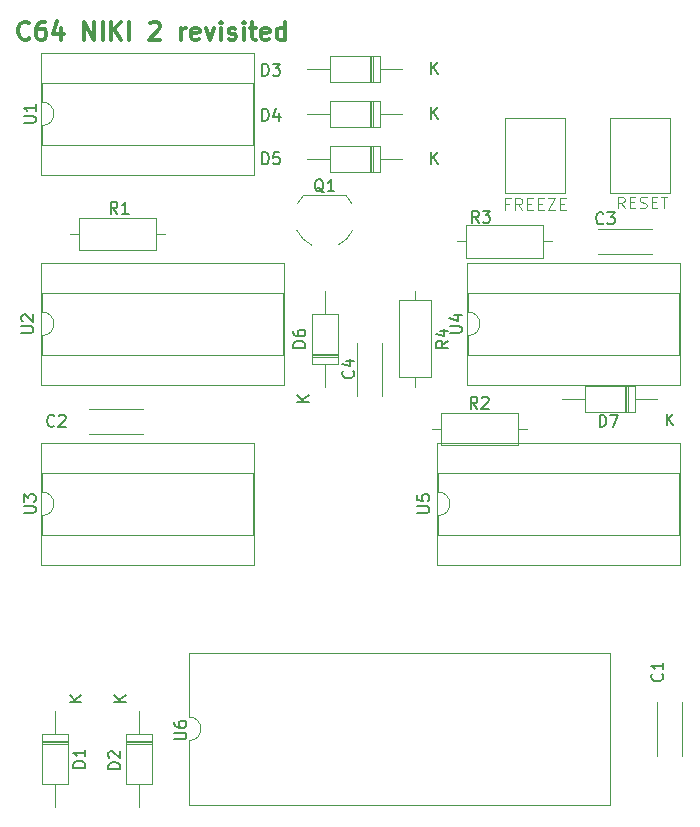
<source format=gbr>
%TF.GenerationSoftware,KiCad,Pcbnew,7.0.10+dfsg-1*%
%TF.CreationDate,2024-01-16T13:03:33+01:00*%
%TF.ProjectId,C64NIKI2,4336344e-494b-4493-922e-6b696361645f,rev?*%
%TF.SameCoordinates,Original*%
%TF.FileFunction,Legend,Top*%
%TF.FilePolarity,Positive*%
%FSLAX46Y46*%
G04 Gerber Fmt 4.6, Leading zero omitted, Abs format (unit mm)*
G04 Created by KiCad (PCBNEW 7.0.10+dfsg-1) date 2024-01-16 13:03:33*
%MOMM*%
%LPD*%
G01*
G04 APERTURE LIST*
%ADD10C,0.100000*%
%ADD11C,0.300000*%
%ADD12C,0.150000*%
%ADD13C,0.120000*%
G04 APERTURE END LIST*
D10*
X143496312Y-108330419D02*
X143162979Y-107854228D01*
X142924884Y-108330419D02*
X142924884Y-107330419D01*
X142924884Y-107330419D02*
X143305836Y-107330419D01*
X143305836Y-107330419D02*
X143401074Y-107378038D01*
X143401074Y-107378038D02*
X143448693Y-107425657D01*
X143448693Y-107425657D02*
X143496312Y-107520895D01*
X143496312Y-107520895D02*
X143496312Y-107663752D01*
X143496312Y-107663752D02*
X143448693Y-107758990D01*
X143448693Y-107758990D02*
X143401074Y-107806609D01*
X143401074Y-107806609D02*
X143305836Y-107854228D01*
X143305836Y-107854228D02*
X142924884Y-107854228D01*
X143924884Y-107806609D02*
X144258217Y-107806609D01*
X144401074Y-108330419D02*
X143924884Y-108330419D01*
X143924884Y-108330419D02*
X143924884Y-107330419D01*
X143924884Y-107330419D02*
X144401074Y-107330419D01*
X144782027Y-108282800D02*
X144924884Y-108330419D01*
X144924884Y-108330419D02*
X145162979Y-108330419D01*
X145162979Y-108330419D02*
X145258217Y-108282800D01*
X145258217Y-108282800D02*
X145305836Y-108235180D01*
X145305836Y-108235180D02*
X145353455Y-108139942D01*
X145353455Y-108139942D02*
X145353455Y-108044704D01*
X145353455Y-108044704D02*
X145305836Y-107949466D01*
X145305836Y-107949466D02*
X145258217Y-107901847D01*
X145258217Y-107901847D02*
X145162979Y-107854228D01*
X145162979Y-107854228D02*
X144972503Y-107806609D01*
X144972503Y-107806609D02*
X144877265Y-107758990D01*
X144877265Y-107758990D02*
X144829646Y-107711371D01*
X144829646Y-107711371D02*
X144782027Y-107616133D01*
X144782027Y-107616133D02*
X144782027Y-107520895D01*
X144782027Y-107520895D02*
X144829646Y-107425657D01*
X144829646Y-107425657D02*
X144877265Y-107378038D01*
X144877265Y-107378038D02*
X144972503Y-107330419D01*
X144972503Y-107330419D02*
X145210598Y-107330419D01*
X145210598Y-107330419D02*
X145353455Y-107378038D01*
X145782027Y-107806609D02*
X146115360Y-107806609D01*
X146258217Y-108330419D02*
X145782027Y-108330419D01*
X145782027Y-108330419D02*
X145782027Y-107330419D01*
X145782027Y-107330419D02*
X146258217Y-107330419D01*
X146543932Y-107330419D02*
X147115360Y-107330419D01*
X146829646Y-108330419D02*
X146829646Y-107330419D01*
X133733217Y-107933609D02*
X133399884Y-107933609D01*
X133399884Y-108457419D02*
X133399884Y-107457419D01*
X133399884Y-107457419D02*
X133876074Y-107457419D01*
X134828455Y-108457419D02*
X134495122Y-107981228D01*
X134257027Y-108457419D02*
X134257027Y-107457419D01*
X134257027Y-107457419D02*
X134637979Y-107457419D01*
X134637979Y-107457419D02*
X134733217Y-107505038D01*
X134733217Y-107505038D02*
X134780836Y-107552657D01*
X134780836Y-107552657D02*
X134828455Y-107647895D01*
X134828455Y-107647895D02*
X134828455Y-107790752D01*
X134828455Y-107790752D02*
X134780836Y-107885990D01*
X134780836Y-107885990D02*
X134733217Y-107933609D01*
X134733217Y-107933609D02*
X134637979Y-107981228D01*
X134637979Y-107981228D02*
X134257027Y-107981228D01*
X135257027Y-107933609D02*
X135590360Y-107933609D01*
X135733217Y-108457419D02*
X135257027Y-108457419D01*
X135257027Y-108457419D02*
X135257027Y-107457419D01*
X135257027Y-107457419D02*
X135733217Y-107457419D01*
X136161789Y-107933609D02*
X136495122Y-107933609D01*
X136637979Y-108457419D02*
X136161789Y-108457419D01*
X136161789Y-108457419D02*
X136161789Y-107457419D01*
X136161789Y-107457419D02*
X136637979Y-107457419D01*
X136971313Y-107457419D02*
X137637979Y-107457419D01*
X137637979Y-107457419D02*
X136971313Y-108457419D01*
X136971313Y-108457419D02*
X137637979Y-108457419D01*
X138018932Y-107933609D02*
X138352265Y-107933609D01*
X138495122Y-108457419D02*
X138018932Y-108457419D01*
X138018932Y-108457419D02*
X138018932Y-107457419D01*
X138018932Y-107457419D02*
X138495122Y-107457419D01*
D11*
X93105653Y-93891971D02*
X93034225Y-93963400D01*
X93034225Y-93963400D02*
X92819939Y-94034828D01*
X92819939Y-94034828D02*
X92677082Y-94034828D01*
X92677082Y-94034828D02*
X92462796Y-93963400D01*
X92462796Y-93963400D02*
X92319939Y-93820542D01*
X92319939Y-93820542D02*
X92248510Y-93677685D01*
X92248510Y-93677685D02*
X92177082Y-93391971D01*
X92177082Y-93391971D02*
X92177082Y-93177685D01*
X92177082Y-93177685D02*
X92248510Y-92891971D01*
X92248510Y-92891971D02*
X92319939Y-92749114D01*
X92319939Y-92749114D02*
X92462796Y-92606257D01*
X92462796Y-92606257D02*
X92677082Y-92534828D01*
X92677082Y-92534828D02*
X92819939Y-92534828D01*
X92819939Y-92534828D02*
X93034225Y-92606257D01*
X93034225Y-92606257D02*
X93105653Y-92677685D01*
X94391368Y-92534828D02*
X94105653Y-92534828D01*
X94105653Y-92534828D02*
X93962796Y-92606257D01*
X93962796Y-92606257D02*
X93891368Y-92677685D01*
X93891368Y-92677685D02*
X93748510Y-92891971D01*
X93748510Y-92891971D02*
X93677082Y-93177685D01*
X93677082Y-93177685D02*
X93677082Y-93749114D01*
X93677082Y-93749114D02*
X93748510Y-93891971D01*
X93748510Y-93891971D02*
X93819939Y-93963400D01*
X93819939Y-93963400D02*
X93962796Y-94034828D01*
X93962796Y-94034828D02*
X94248510Y-94034828D01*
X94248510Y-94034828D02*
X94391368Y-93963400D01*
X94391368Y-93963400D02*
X94462796Y-93891971D01*
X94462796Y-93891971D02*
X94534225Y-93749114D01*
X94534225Y-93749114D02*
X94534225Y-93391971D01*
X94534225Y-93391971D02*
X94462796Y-93249114D01*
X94462796Y-93249114D02*
X94391368Y-93177685D01*
X94391368Y-93177685D02*
X94248510Y-93106257D01*
X94248510Y-93106257D02*
X93962796Y-93106257D01*
X93962796Y-93106257D02*
X93819939Y-93177685D01*
X93819939Y-93177685D02*
X93748510Y-93249114D01*
X93748510Y-93249114D02*
X93677082Y-93391971D01*
X95819939Y-93034828D02*
X95819939Y-94034828D01*
X95462796Y-92463400D02*
X95105653Y-93534828D01*
X95105653Y-93534828D02*
X96034224Y-93534828D01*
X97748509Y-94034828D02*
X97748509Y-92534828D01*
X97748509Y-92534828D02*
X98605652Y-94034828D01*
X98605652Y-94034828D02*
X98605652Y-92534828D01*
X99319938Y-94034828D02*
X99319938Y-92534828D01*
X100034224Y-94034828D02*
X100034224Y-92534828D01*
X100891367Y-94034828D02*
X100248510Y-93177685D01*
X100891367Y-92534828D02*
X100034224Y-93391971D01*
X101534224Y-94034828D02*
X101534224Y-92534828D01*
X103319939Y-92677685D02*
X103391367Y-92606257D01*
X103391367Y-92606257D02*
X103534225Y-92534828D01*
X103534225Y-92534828D02*
X103891367Y-92534828D01*
X103891367Y-92534828D02*
X104034225Y-92606257D01*
X104034225Y-92606257D02*
X104105653Y-92677685D01*
X104105653Y-92677685D02*
X104177082Y-92820542D01*
X104177082Y-92820542D02*
X104177082Y-92963400D01*
X104177082Y-92963400D02*
X104105653Y-93177685D01*
X104105653Y-93177685D02*
X103248510Y-94034828D01*
X103248510Y-94034828D02*
X104177082Y-94034828D01*
X105962795Y-94034828D02*
X105962795Y-93034828D01*
X105962795Y-93320542D02*
X106034224Y-93177685D01*
X106034224Y-93177685D02*
X106105653Y-93106257D01*
X106105653Y-93106257D02*
X106248510Y-93034828D01*
X106248510Y-93034828D02*
X106391367Y-93034828D01*
X107462795Y-93963400D02*
X107319938Y-94034828D01*
X107319938Y-94034828D02*
X107034224Y-94034828D01*
X107034224Y-94034828D02*
X106891366Y-93963400D01*
X106891366Y-93963400D02*
X106819938Y-93820542D01*
X106819938Y-93820542D02*
X106819938Y-93249114D01*
X106819938Y-93249114D02*
X106891366Y-93106257D01*
X106891366Y-93106257D02*
X107034224Y-93034828D01*
X107034224Y-93034828D02*
X107319938Y-93034828D01*
X107319938Y-93034828D02*
X107462795Y-93106257D01*
X107462795Y-93106257D02*
X107534224Y-93249114D01*
X107534224Y-93249114D02*
X107534224Y-93391971D01*
X107534224Y-93391971D02*
X106819938Y-93534828D01*
X108034223Y-93034828D02*
X108391366Y-94034828D01*
X108391366Y-94034828D02*
X108748509Y-93034828D01*
X109319937Y-94034828D02*
X109319937Y-93034828D01*
X109319937Y-92534828D02*
X109248509Y-92606257D01*
X109248509Y-92606257D02*
X109319937Y-92677685D01*
X109319937Y-92677685D02*
X109391366Y-92606257D01*
X109391366Y-92606257D02*
X109319937Y-92534828D01*
X109319937Y-92534828D02*
X109319937Y-92677685D01*
X109962795Y-93963400D02*
X110105652Y-94034828D01*
X110105652Y-94034828D02*
X110391366Y-94034828D01*
X110391366Y-94034828D02*
X110534223Y-93963400D01*
X110534223Y-93963400D02*
X110605652Y-93820542D01*
X110605652Y-93820542D02*
X110605652Y-93749114D01*
X110605652Y-93749114D02*
X110534223Y-93606257D01*
X110534223Y-93606257D02*
X110391366Y-93534828D01*
X110391366Y-93534828D02*
X110177081Y-93534828D01*
X110177081Y-93534828D02*
X110034223Y-93463400D01*
X110034223Y-93463400D02*
X109962795Y-93320542D01*
X109962795Y-93320542D02*
X109962795Y-93249114D01*
X109962795Y-93249114D02*
X110034223Y-93106257D01*
X110034223Y-93106257D02*
X110177081Y-93034828D01*
X110177081Y-93034828D02*
X110391366Y-93034828D01*
X110391366Y-93034828D02*
X110534223Y-93106257D01*
X111248509Y-94034828D02*
X111248509Y-93034828D01*
X111248509Y-92534828D02*
X111177081Y-92606257D01*
X111177081Y-92606257D02*
X111248509Y-92677685D01*
X111248509Y-92677685D02*
X111319938Y-92606257D01*
X111319938Y-92606257D02*
X111248509Y-92534828D01*
X111248509Y-92534828D02*
X111248509Y-92677685D01*
X111748510Y-93034828D02*
X112319938Y-93034828D01*
X111962795Y-92534828D02*
X111962795Y-93820542D01*
X111962795Y-93820542D02*
X112034224Y-93963400D01*
X112034224Y-93963400D02*
X112177081Y-94034828D01*
X112177081Y-94034828D02*
X112319938Y-94034828D01*
X113391367Y-93963400D02*
X113248510Y-94034828D01*
X113248510Y-94034828D02*
X112962796Y-94034828D01*
X112962796Y-94034828D02*
X112819938Y-93963400D01*
X112819938Y-93963400D02*
X112748510Y-93820542D01*
X112748510Y-93820542D02*
X112748510Y-93249114D01*
X112748510Y-93249114D02*
X112819938Y-93106257D01*
X112819938Y-93106257D02*
X112962796Y-93034828D01*
X112962796Y-93034828D02*
X113248510Y-93034828D01*
X113248510Y-93034828D02*
X113391367Y-93106257D01*
X113391367Y-93106257D02*
X113462796Y-93249114D01*
X113462796Y-93249114D02*
X113462796Y-93391971D01*
X113462796Y-93391971D02*
X112748510Y-93534828D01*
X114748510Y-94034828D02*
X114748510Y-92534828D01*
X114748510Y-93963400D02*
X114605652Y-94034828D01*
X114605652Y-94034828D02*
X114319938Y-94034828D01*
X114319938Y-94034828D02*
X114177081Y-93963400D01*
X114177081Y-93963400D02*
X114105652Y-93891971D01*
X114105652Y-93891971D02*
X114034224Y-93749114D01*
X114034224Y-93749114D02*
X114034224Y-93320542D01*
X114034224Y-93320542D02*
X114105652Y-93177685D01*
X114105652Y-93177685D02*
X114177081Y-93106257D01*
X114177081Y-93106257D02*
X114319938Y-93034828D01*
X114319938Y-93034828D02*
X114605652Y-93034828D01*
X114605652Y-93034828D02*
X114748510Y-93106257D01*
D12*
X128696819Y-118871904D02*
X129506342Y-118871904D01*
X129506342Y-118871904D02*
X129601580Y-118824285D01*
X129601580Y-118824285D02*
X129649200Y-118776666D01*
X129649200Y-118776666D02*
X129696819Y-118681428D01*
X129696819Y-118681428D02*
X129696819Y-118490952D01*
X129696819Y-118490952D02*
X129649200Y-118395714D01*
X129649200Y-118395714D02*
X129601580Y-118348095D01*
X129601580Y-118348095D02*
X129506342Y-118300476D01*
X129506342Y-118300476D02*
X128696819Y-118300476D01*
X129030152Y-117395714D02*
X129696819Y-117395714D01*
X128649200Y-117633809D02*
X129363485Y-117871904D01*
X129363485Y-117871904D02*
X129363485Y-117252857D01*
X141692333Y-109579580D02*
X141644714Y-109627200D01*
X141644714Y-109627200D02*
X141501857Y-109674819D01*
X141501857Y-109674819D02*
X141406619Y-109674819D01*
X141406619Y-109674819D02*
X141263762Y-109627200D01*
X141263762Y-109627200D02*
X141168524Y-109531961D01*
X141168524Y-109531961D02*
X141120905Y-109436723D01*
X141120905Y-109436723D02*
X141073286Y-109246247D01*
X141073286Y-109246247D02*
X141073286Y-109103390D01*
X141073286Y-109103390D02*
X141120905Y-108912914D01*
X141120905Y-108912914D02*
X141168524Y-108817676D01*
X141168524Y-108817676D02*
X141263762Y-108722438D01*
X141263762Y-108722438D02*
X141406619Y-108674819D01*
X141406619Y-108674819D02*
X141501857Y-108674819D01*
X141501857Y-108674819D02*
X141644714Y-108722438D01*
X141644714Y-108722438D02*
X141692333Y-108770057D01*
X142025667Y-108674819D02*
X142644714Y-108674819D01*
X142644714Y-108674819D02*
X142311381Y-109055771D01*
X142311381Y-109055771D02*
X142454238Y-109055771D01*
X142454238Y-109055771D02*
X142549476Y-109103390D01*
X142549476Y-109103390D02*
X142597095Y-109151009D01*
X142597095Y-109151009D02*
X142644714Y-109246247D01*
X142644714Y-109246247D02*
X142644714Y-109484342D01*
X142644714Y-109484342D02*
X142597095Y-109579580D01*
X142597095Y-109579580D02*
X142549476Y-109627200D01*
X142549476Y-109627200D02*
X142454238Y-109674819D01*
X142454238Y-109674819D02*
X142168524Y-109674819D01*
X142168524Y-109674819D02*
X142073286Y-109627200D01*
X142073286Y-109627200D02*
X142025667Y-109579580D01*
X92628819Y-101091904D02*
X93438342Y-101091904D01*
X93438342Y-101091904D02*
X93533580Y-101044285D01*
X93533580Y-101044285D02*
X93581200Y-100996666D01*
X93581200Y-100996666D02*
X93628819Y-100901428D01*
X93628819Y-100901428D02*
X93628819Y-100710952D01*
X93628819Y-100710952D02*
X93581200Y-100615714D01*
X93581200Y-100615714D02*
X93533580Y-100568095D01*
X93533580Y-100568095D02*
X93438342Y-100520476D01*
X93438342Y-100520476D02*
X92628819Y-100520476D01*
X93628819Y-99520476D02*
X93628819Y-100091904D01*
X93628819Y-99806190D02*
X92628819Y-99806190D01*
X92628819Y-99806190D02*
X92771676Y-99901428D01*
X92771676Y-99901428D02*
X92866914Y-99996666D01*
X92866914Y-99996666D02*
X92914533Y-100091904D01*
X131151333Y-109547819D02*
X130818000Y-109071628D01*
X130579905Y-109547819D02*
X130579905Y-108547819D01*
X130579905Y-108547819D02*
X130960857Y-108547819D01*
X130960857Y-108547819D02*
X131056095Y-108595438D01*
X131056095Y-108595438D02*
X131103714Y-108643057D01*
X131103714Y-108643057D02*
X131151333Y-108738295D01*
X131151333Y-108738295D02*
X131151333Y-108881152D01*
X131151333Y-108881152D02*
X131103714Y-108976390D01*
X131103714Y-108976390D02*
X131056095Y-109024009D01*
X131056095Y-109024009D02*
X130960857Y-109071628D01*
X130960857Y-109071628D02*
X130579905Y-109071628D01*
X131484667Y-108547819D02*
X132103714Y-108547819D01*
X132103714Y-108547819D02*
X131770381Y-108928771D01*
X131770381Y-108928771D02*
X131913238Y-108928771D01*
X131913238Y-108928771D02*
X132008476Y-108976390D01*
X132008476Y-108976390D02*
X132056095Y-109024009D01*
X132056095Y-109024009D02*
X132103714Y-109119247D01*
X132103714Y-109119247D02*
X132103714Y-109357342D01*
X132103714Y-109357342D02*
X132056095Y-109452580D01*
X132056095Y-109452580D02*
X132008476Y-109500200D01*
X132008476Y-109500200D02*
X131913238Y-109547819D01*
X131913238Y-109547819D02*
X131627524Y-109547819D01*
X131627524Y-109547819D02*
X131532286Y-109500200D01*
X131532286Y-109500200D02*
X131484667Y-109452580D01*
X118014761Y-106976057D02*
X117919523Y-106928438D01*
X117919523Y-106928438D02*
X117824285Y-106833200D01*
X117824285Y-106833200D02*
X117681428Y-106690342D01*
X117681428Y-106690342D02*
X117586190Y-106642723D01*
X117586190Y-106642723D02*
X117490952Y-106642723D01*
X117538571Y-106880819D02*
X117443333Y-106833200D01*
X117443333Y-106833200D02*
X117348095Y-106737961D01*
X117348095Y-106737961D02*
X117300476Y-106547485D01*
X117300476Y-106547485D02*
X117300476Y-106214152D01*
X117300476Y-106214152D02*
X117348095Y-106023676D01*
X117348095Y-106023676D02*
X117443333Y-105928438D01*
X117443333Y-105928438D02*
X117538571Y-105880819D01*
X117538571Y-105880819D02*
X117729047Y-105880819D01*
X117729047Y-105880819D02*
X117824285Y-105928438D01*
X117824285Y-105928438D02*
X117919523Y-106023676D01*
X117919523Y-106023676D02*
X117967142Y-106214152D01*
X117967142Y-106214152D02*
X117967142Y-106547485D01*
X117967142Y-106547485D02*
X117919523Y-106737961D01*
X117919523Y-106737961D02*
X117824285Y-106833200D01*
X117824285Y-106833200D02*
X117729047Y-106880819D01*
X117729047Y-106880819D02*
X117538571Y-106880819D01*
X118919523Y-106880819D02*
X118348095Y-106880819D01*
X118633809Y-106880819D02*
X118633809Y-105880819D01*
X118633809Y-105880819D02*
X118538571Y-106023676D01*
X118538571Y-106023676D02*
X118443333Y-106118914D01*
X118443333Y-106118914D02*
X118348095Y-106166533D01*
X100544333Y-108785819D02*
X100211000Y-108309628D01*
X99972905Y-108785819D02*
X99972905Y-107785819D01*
X99972905Y-107785819D02*
X100353857Y-107785819D01*
X100353857Y-107785819D02*
X100449095Y-107833438D01*
X100449095Y-107833438D02*
X100496714Y-107881057D01*
X100496714Y-107881057D02*
X100544333Y-107976295D01*
X100544333Y-107976295D02*
X100544333Y-108119152D01*
X100544333Y-108119152D02*
X100496714Y-108214390D01*
X100496714Y-108214390D02*
X100449095Y-108262009D01*
X100449095Y-108262009D02*
X100353857Y-108309628D01*
X100353857Y-108309628D02*
X99972905Y-108309628D01*
X101496714Y-108785819D02*
X100925286Y-108785819D01*
X101211000Y-108785819D02*
X101211000Y-107785819D01*
X101211000Y-107785819D02*
X101115762Y-107928676D01*
X101115762Y-107928676D02*
X101020524Y-108023914D01*
X101020524Y-108023914D02*
X100925286Y-108071533D01*
X120501580Y-122086666D02*
X120549200Y-122134285D01*
X120549200Y-122134285D02*
X120596819Y-122277142D01*
X120596819Y-122277142D02*
X120596819Y-122372380D01*
X120596819Y-122372380D02*
X120549200Y-122515237D01*
X120549200Y-122515237D02*
X120453961Y-122610475D01*
X120453961Y-122610475D02*
X120358723Y-122658094D01*
X120358723Y-122658094D02*
X120168247Y-122705713D01*
X120168247Y-122705713D02*
X120025390Y-122705713D01*
X120025390Y-122705713D02*
X119834914Y-122658094D01*
X119834914Y-122658094D02*
X119739676Y-122610475D01*
X119739676Y-122610475D02*
X119644438Y-122515237D01*
X119644438Y-122515237D02*
X119596819Y-122372380D01*
X119596819Y-122372380D02*
X119596819Y-122277142D01*
X119596819Y-122277142D02*
X119644438Y-122134285D01*
X119644438Y-122134285D02*
X119692057Y-122086666D01*
X119930152Y-121229523D02*
X120596819Y-121229523D01*
X119549200Y-121467618D02*
X120263485Y-121705713D01*
X120263485Y-121705713D02*
X120263485Y-121086666D01*
X112799905Y-100911819D02*
X112799905Y-99911819D01*
X112799905Y-99911819D02*
X113038000Y-99911819D01*
X113038000Y-99911819D02*
X113180857Y-99959438D01*
X113180857Y-99959438D02*
X113276095Y-100054676D01*
X113276095Y-100054676D02*
X113323714Y-100149914D01*
X113323714Y-100149914D02*
X113371333Y-100340390D01*
X113371333Y-100340390D02*
X113371333Y-100483247D01*
X113371333Y-100483247D02*
X113323714Y-100673723D01*
X113323714Y-100673723D02*
X113276095Y-100768961D01*
X113276095Y-100768961D02*
X113180857Y-100864200D01*
X113180857Y-100864200D02*
X113038000Y-100911819D01*
X113038000Y-100911819D02*
X112799905Y-100911819D01*
X114228476Y-100245152D02*
X114228476Y-100911819D01*
X113990381Y-99864200D02*
X113752286Y-100578485D01*
X113752286Y-100578485D02*
X114371333Y-100578485D01*
X127119095Y-100784819D02*
X127119095Y-99784819D01*
X127690523Y-100784819D02*
X127261952Y-100213390D01*
X127690523Y-99784819D02*
X127119095Y-100356247D01*
X92428819Y-118881904D02*
X93238342Y-118881904D01*
X93238342Y-118881904D02*
X93333580Y-118834285D01*
X93333580Y-118834285D02*
X93381200Y-118786666D01*
X93381200Y-118786666D02*
X93428819Y-118691428D01*
X93428819Y-118691428D02*
X93428819Y-118500952D01*
X93428819Y-118500952D02*
X93381200Y-118405714D01*
X93381200Y-118405714D02*
X93333580Y-118358095D01*
X93333580Y-118358095D02*
X93238342Y-118310476D01*
X93238342Y-118310476D02*
X92428819Y-118310476D01*
X92524057Y-117881904D02*
X92476438Y-117834285D01*
X92476438Y-117834285D02*
X92428819Y-117739047D01*
X92428819Y-117739047D02*
X92428819Y-117500952D01*
X92428819Y-117500952D02*
X92476438Y-117405714D01*
X92476438Y-117405714D02*
X92524057Y-117358095D01*
X92524057Y-117358095D02*
X92619295Y-117310476D01*
X92619295Y-117310476D02*
X92714533Y-117310476D01*
X92714533Y-117310476D02*
X92857390Y-117358095D01*
X92857390Y-117358095D02*
X93428819Y-117929523D01*
X93428819Y-117929523D02*
X93428819Y-117310476D01*
X95210333Y-126724580D02*
X95162714Y-126772200D01*
X95162714Y-126772200D02*
X95019857Y-126819819D01*
X95019857Y-126819819D02*
X94924619Y-126819819D01*
X94924619Y-126819819D02*
X94781762Y-126772200D01*
X94781762Y-126772200D02*
X94686524Y-126676961D01*
X94686524Y-126676961D02*
X94638905Y-126581723D01*
X94638905Y-126581723D02*
X94591286Y-126391247D01*
X94591286Y-126391247D02*
X94591286Y-126248390D01*
X94591286Y-126248390D02*
X94638905Y-126057914D01*
X94638905Y-126057914D02*
X94686524Y-125962676D01*
X94686524Y-125962676D02*
X94781762Y-125867438D01*
X94781762Y-125867438D02*
X94924619Y-125819819D01*
X94924619Y-125819819D02*
X95019857Y-125819819D01*
X95019857Y-125819819D02*
X95162714Y-125867438D01*
X95162714Y-125867438D02*
X95210333Y-125915057D01*
X95591286Y-125915057D02*
X95638905Y-125867438D01*
X95638905Y-125867438D02*
X95734143Y-125819819D01*
X95734143Y-125819819D02*
X95972238Y-125819819D01*
X95972238Y-125819819D02*
X96067476Y-125867438D01*
X96067476Y-125867438D02*
X96115095Y-125915057D01*
X96115095Y-125915057D02*
X96162714Y-126010295D01*
X96162714Y-126010295D02*
X96162714Y-126105533D01*
X96162714Y-126105533D02*
X96115095Y-126248390D01*
X96115095Y-126248390D02*
X95543667Y-126819819D01*
X95543667Y-126819819D02*
X96162714Y-126819819D01*
X146663580Y-147740666D02*
X146711200Y-147788285D01*
X146711200Y-147788285D02*
X146758819Y-147931142D01*
X146758819Y-147931142D02*
X146758819Y-148026380D01*
X146758819Y-148026380D02*
X146711200Y-148169237D01*
X146711200Y-148169237D02*
X146615961Y-148264475D01*
X146615961Y-148264475D02*
X146520723Y-148312094D01*
X146520723Y-148312094D02*
X146330247Y-148359713D01*
X146330247Y-148359713D02*
X146187390Y-148359713D01*
X146187390Y-148359713D02*
X145996914Y-148312094D01*
X145996914Y-148312094D02*
X145901676Y-148264475D01*
X145901676Y-148264475D02*
X145806438Y-148169237D01*
X145806438Y-148169237D02*
X145758819Y-148026380D01*
X145758819Y-148026380D02*
X145758819Y-147931142D01*
X145758819Y-147931142D02*
X145806438Y-147788285D01*
X145806438Y-147788285D02*
X145854057Y-147740666D01*
X146758819Y-146788285D02*
X146758819Y-147359713D01*
X146758819Y-147073999D02*
X145758819Y-147073999D01*
X145758819Y-147073999D02*
X145901676Y-147169237D01*
X145901676Y-147169237D02*
X145996914Y-147264475D01*
X145996914Y-147264475D02*
X146044533Y-147359713D01*
X92628819Y-134111904D02*
X93438342Y-134111904D01*
X93438342Y-134111904D02*
X93533580Y-134064285D01*
X93533580Y-134064285D02*
X93581200Y-134016666D01*
X93581200Y-134016666D02*
X93628819Y-133921428D01*
X93628819Y-133921428D02*
X93628819Y-133730952D01*
X93628819Y-133730952D02*
X93581200Y-133635714D01*
X93581200Y-133635714D02*
X93533580Y-133588095D01*
X93533580Y-133588095D02*
X93438342Y-133540476D01*
X93438342Y-133540476D02*
X92628819Y-133540476D01*
X92628819Y-133159523D02*
X92628819Y-132540476D01*
X92628819Y-132540476D02*
X93009771Y-132873809D01*
X93009771Y-132873809D02*
X93009771Y-132730952D01*
X93009771Y-132730952D02*
X93057390Y-132635714D01*
X93057390Y-132635714D02*
X93105009Y-132588095D01*
X93105009Y-132588095D02*
X93200247Y-132540476D01*
X93200247Y-132540476D02*
X93438342Y-132540476D01*
X93438342Y-132540476D02*
X93533580Y-132588095D01*
X93533580Y-132588095D02*
X93581200Y-132635714D01*
X93581200Y-132635714D02*
X93628819Y-132730952D01*
X93628819Y-132730952D02*
X93628819Y-133016666D01*
X93628819Y-133016666D02*
X93581200Y-133111904D01*
X93581200Y-133111904D02*
X93533580Y-133159523D01*
X131024333Y-125295819D02*
X130691000Y-124819628D01*
X130452905Y-125295819D02*
X130452905Y-124295819D01*
X130452905Y-124295819D02*
X130833857Y-124295819D01*
X130833857Y-124295819D02*
X130929095Y-124343438D01*
X130929095Y-124343438D02*
X130976714Y-124391057D01*
X130976714Y-124391057D02*
X131024333Y-124486295D01*
X131024333Y-124486295D02*
X131024333Y-124629152D01*
X131024333Y-124629152D02*
X130976714Y-124724390D01*
X130976714Y-124724390D02*
X130929095Y-124772009D01*
X130929095Y-124772009D02*
X130833857Y-124819628D01*
X130833857Y-124819628D02*
X130452905Y-124819628D01*
X131405286Y-124391057D02*
X131452905Y-124343438D01*
X131452905Y-124343438D02*
X131548143Y-124295819D01*
X131548143Y-124295819D02*
X131786238Y-124295819D01*
X131786238Y-124295819D02*
X131881476Y-124343438D01*
X131881476Y-124343438D02*
X131929095Y-124391057D01*
X131929095Y-124391057D02*
X131976714Y-124486295D01*
X131976714Y-124486295D02*
X131976714Y-124581533D01*
X131976714Y-124581533D02*
X131929095Y-124724390D01*
X131929095Y-124724390D02*
X131357667Y-125295819D01*
X131357667Y-125295819D02*
X131976714Y-125295819D01*
X100784819Y-155805094D02*
X99784819Y-155805094D01*
X99784819Y-155805094D02*
X99784819Y-155566999D01*
X99784819Y-155566999D02*
X99832438Y-155424142D01*
X99832438Y-155424142D02*
X99927676Y-155328904D01*
X99927676Y-155328904D02*
X100022914Y-155281285D01*
X100022914Y-155281285D02*
X100213390Y-155233666D01*
X100213390Y-155233666D02*
X100356247Y-155233666D01*
X100356247Y-155233666D02*
X100546723Y-155281285D01*
X100546723Y-155281285D02*
X100641961Y-155328904D01*
X100641961Y-155328904D02*
X100737200Y-155424142D01*
X100737200Y-155424142D02*
X100784819Y-155566999D01*
X100784819Y-155566999D02*
X100784819Y-155805094D01*
X99880057Y-154852713D02*
X99832438Y-154805094D01*
X99832438Y-154805094D02*
X99784819Y-154709856D01*
X99784819Y-154709856D02*
X99784819Y-154471761D01*
X99784819Y-154471761D02*
X99832438Y-154376523D01*
X99832438Y-154376523D02*
X99880057Y-154328904D01*
X99880057Y-154328904D02*
X99975295Y-154281285D01*
X99975295Y-154281285D02*
X100070533Y-154281285D01*
X100070533Y-154281285D02*
X100213390Y-154328904D01*
X100213390Y-154328904D02*
X100784819Y-154900332D01*
X100784819Y-154900332D02*
X100784819Y-154281285D01*
X101292819Y-150121904D02*
X100292819Y-150121904D01*
X101292819Y-149550476D02*
X100721390Y-149979047D01*
X100292819Y-149550476D02*
X100864247Y-150121904D01*
X128554819Y-119546666D02*
X128078628Y-119879999D01*
X128554819Y-120118094D02*
X127554819Y-120118094D01*
X127554819Y-120118094D02*
X127554819Y-119737142D01*
X127554819Y-119737142D02*
X127602438Y-119641904D01*
X127602438Y-119641904D02*
X127650057Y-119594285D01*
X127650057Y-119594285D02*
X127745295Y-119546666D01*
X127745295Y-119546666D02*
X127888152Y-119546666D01*
X127888152Y-119546666D02*
X127983390Y-119594285D01*
X127983390Y-119594285D02*
X128031009Y-119641904D01*
X128031009Y-119641904D02*
X128078628Y-119737142D01*
X128078628Y-119737142D02*
X128078628Y-120118094D01*
X127888152Y-118689523D02*
X128554819Y-118689523D01*
X127507200Y-118927618D02*
X128221485Y-119165713D01*
X128221485Y-119165713D02*
X128221485Y-118546666D01*
X97824819Y-155678094D02*
X96824819Y-155678094D01*
X96824819Y-155678094D02*
X96824819Y-155439999D01*
X96824819Y-155439999D02*
X96872438Y-155297142D01*
X96872438Y-155297142D02*
X96967676Y-155201904D01*
X96967676Y-155201904D02*
X97062914Y-155154285D01*
X97062914Y-155154285D02*
X97253390Y-155106666D01*
X97253390Y-155106666D02*
X97396247Y-155106666D01*
X97396247Y-155106666D02*
X97586723Y-155154285D01*
X97586723Y-155154285D02*
X97681961Y-155201904D01*
X97681961Y-155201904D02*
X97777200Y-155297142D01*
X97777200Y-155297142D02*
X97824819Y-155439999D01*
X97824819Y-155439999D02*
X97824819Y-155678094D01*
X97824819Y-154154285D02*
X97824819Y-154725713D01*
X97824819Y-154439999D02*
X96824819Y-154439999D01*
X96824819Y-154439999D02*
X96967676Y-154535237D01*
X96967676Y-154535237D02*
X97062914Y-154630475D01*
X97062914Y-154630475D02*
X97110533Y-154725713D01*
X97504819Y-150121904D02*
X96504819Y-150121904D01*
X97504819Y-149550476D02*
X96933390Y-149979047D01*
X96504819Y-149550476D02*
X97076247Y-150121904D01*
X116444819Y-120118094D02*
X115444819Y-120118094D01*
X115444819Y-120118094D02*
X115444819Y-119879999D01*
X115444819Y-119879999D02*
X115492438Y-119737142D01*
X115492438Y-119737142D02*
X115587676Y-119641904D01*
X115587676Y-119641904D02*
X115682914Y-119594285D01*
X115682914Y-119594285D02*
X115873390Y-119546666D01*
X115873390Y-119546666D02*
X116016247Y-119546666D01*
X116016247Y-119546666D02*
X116206723Y-119594285D01*
X116206723Y-119594285D02*
X116301961Y-119641904D01*
X116301961Y-119641904D02*
X116397200Y-119737142D01*
X116397200Y-119737142D02*
X116444819Y-119879999D01*
X116444819Y-119879999D02*
X116444819Y-120118094D01*
X115444819Y-118689523D02*
X115444819Y-118879999D01*
X115444819Y-118879999D02*
X115492438Y-118975237D01*
X115492438Y-118975237D02*
X115540057Y-119022856D01*
X115540057Y-119022856D02*
X115682914Y-119118094D01*
X115682914Y-119118094D02*
X115873390Y-119165713D01*
X115873390Y-119165713D02*
X116254342Y-119165713D01*
X116254342Y-119165713D02*
X116349580Y-119118094D01*
X116349580Y-119118094D02*
X116397200Y-119070475D01*
X116397200Y-119070475D02*
X116444819Y-118975237D01*
X116444819Y-118975237D02*
X116444819Y-118784761D01*
X116444819Y-118784761D02*
X116397200Y-118689523D01*
X116397200Y-118689523D02*
X116349580Y-118641904D01*
X116349580Y-118641904D02*
X116254342Y-118594285D01*
X116254342Y-118594285D02*
X116016247Y-118594285D01*
X116016247Y-118594285D02*
X115921009Y-118641904D01*
X115921009Y-118641904D02*
X115873390Y-118689523D01*
X115873390Y-118689523D02*
X115825771Y-118784761D01*
X115825771Y-118784761D02*
X115825771Y-118975237D01*
X115825771Y-118975237D02*
X115873390Y-119070475D01*
X115873390Y-119070475D02*
X115921009Y-119118094D01*
X115921009Y-119118094D02*
X116016247Y-119165713D01*
X116764819Y-124721904D02*
X115764819Y-124721904D01*
X116764819Y-124150476D02*
X116193390Y-124579047D01*
X115764819Y-124150476D02*
X116336247Y-124721904D01*
X141374905Y-126819819D02*
X141374905Y-125819819D01*
X141374905Y-125819819D02*
X141613000Y-125819819D01*
X141613000Y-125819819D02*
X141755857Y-125867438D01*
X141755857Y-125867438D02*
X141851095Y-125962676D01*
X141851095Y-125962676D02*
X141898714Y-126057914D01*
X141898714Y-126057914D02*
X141946333Y-126248390D01*
X141946333Y-126248390D02*
X141946333Y-126391247D01*
X141946333Y-126391247D02*
X141898714Y-126581723D01*
X141898714Y-126581723D02*
X141851095Y-126676961D01*
X141851095Y-126676961D02*
X141755857Y-126772200D01*
X141755857Y-126772200D02*
X141613000Y-126819819D01*
X141613000Y-126819819D02*
X141374905Y-126819819D01*
X142279667Y-125819819D02*
X142946333Y-125819819D01*
X142946333Y-125819819D02*
X142517762Y-126819819D01*
X147058095Y-126714819D02*
X147058095Y-125714819D01*
X147629523Y-126714819D02*
X147200952Y-126143390D01*
X147629523Y-125714819D02*
X147058095Y-126286247D01*
X112799905Y-97101819D02*
X112799905Y-96101819D01*
X112799905Y-96101819D02*
X113038000Y-96101819D01*
X113038000Y-96101819D02*
X113180857Y-96149438D01*
X113180857Y-96149438D02*
X113276095Y-96244676D01*
X113276095Y-96244676D02*
X113323714Y-96339914D01*
X113323714Y-96339914D02*
X113371333Y-96530390D01*
X113371333Y-96530390D02*
X113371333Y-96673247D01*
X113371333Y-96673247D02*
X113323714Y-96863723D01*
X113323714Y-96863723D02*
X113276095Y-96958961D01*
X113276095Y-96958961D02*
X113180857Y-97054200D01*
X113180857Y-97054200D02*
X113038000Y-97101819D01*
X113038000Y-97101819D02*
X112799905Y-97101819D01*
X113704667Y-96101819D02*
X114323714Y-96101819D01*
X114323714Y-96101819D02*
X113990381Y-96482771D01*
X113990381Y-96482771D02*
X114133238Y-96482771D01*
X114133238Y-96482771D02*
X114228476Y-96530390D01*
X114228476Y-96530390D02*
X114276095Y-96578009D01*
X114276095Y-96578009D02*
X114323714Y-96673247D01*
X114323714Y-96673247D02*
X114323714Y-96911342D01*
X114323714Y-96911342D02*
X114276095Y-97006580D01*
X114276095Y-97006580D02*
X114228476Y-97054200D01*
X114228476Y-97054200D02*
X114133238Y-97101819D01*
X114133238Y-97101819D02*
X113847524Y-97101819D01*
X113847524Y-97101819D02*
X113752286Y-97054200D01*
X113752286Y-97054200D02*
X113704667Y-97006580D01*
X127119095Y-96974819D02*
X127119095Y-95974819D01*
X127690523Y-96974819D02*
X127261952Y-96403390D01*
X127690523Y-95974819D02*
X127119095Y-96546247D01*
X105372819Y-153288904D02*
X106182342Y-153288904D01*
X106182342Y-153288904D02*
X106277580Y-153241285D01*
X106277580Y-153241285D02*
X106325200Y-153193666D01*
X106325200Y-153193666D02*
X106372819Y-153098428D01*
X106372819Y-153098428D02*
X106372819Y-152907952D01*
X106372819Y-152907952D02*
X106325200Y-152812714D01*
X106325200Y-152812714D02*
X106277580Y-152765095D01*
X106277580Y-152765095D02*
X106182342Y-152717476D01*
X106182342Y-152717476D02*
X105372819Y-152717476D01*
X105372819Y-151812714D02*
X105372819Y-152003190D01*
X105372819Y-152003190D02*
X105420438Y-152098428D01*
X105420438Y-152098428D02*
X105468057Y-152146047D01*
X105468057Y-152146047D02*
X105610914Y-152241285D01*
X105610914Y-152241285D02*
X105801390Y-152288904D01*
X105801390Y-152288904D02*
X106182342Y-152288904D01*
X106182342Y-152288904D02*
X106277580Y-152241285D01*
X106277580Y-152241285D02*
X106325200Y-152193666D01*
X106325200Y-152193666D02*
X106372819Y-152098428D01*
X106372819Y-152098428D02*
X106372819Y-151907952D01*
X106372819Y-151907952D02*
X106325200Y-151812714D01*
X106325200Y-151812714D02*
X106277580Y-151765095D01*
X106277580Y-151765095D02*
X106182342Y-151717476D01*
X106182342Y-151717476D02*
X105944247Y-151717476D01*
X105944247Y-151717476D02*
X105849009Y-151765095D01*
X105849009Y-151765095D02*
X105801390Y-151812714D01*
X105801390Y-151812714D02*
X105753771Y-151907952D01*
X105753771Y-151907952D02*
X105753771Y-152098428D01*
X105753771Y-152098428D02*
X105801390Y-152193666D01*
X105801390Y-152193666D02*
X105849009Y-152241285D01*
X105849009Y-152241285D02*
X105944247Y-152288904D01*
X125946819Y-134111904D02*
X126756342Y-134111904D01*
X126756342Y-134111904D02*
X126851580Y-134064285D01*
X126851580Y-134064285D02*
X126899200Y-134016666D01*
X126899200Y-134016666D02*
X126946819Y-133921428D01*
X126946819Y-133921428D02*
X126946819Y-133730952D01*
X126946819Y-133730952D02*
X126899200Y-133635714D01*
X126899200Y-133635714D02*
X126851580Y-133588095D01*
X126851580Y-133588095D02*
X126756342Y-133540476D01*
X126756342Y-133540476D02*
X125946819Y-133540476D01*
X125946819Y-132588095D02*
X125946819Y-133064285D01*
X125946819Y-133064285D02*
X126423009Y-133111904D01*
X126423009Y-133111904D02*
X126375390Y-133064285D01*
X126375390Y-133064285D02*
X126327771Y-132969047D01*
X126327771Y-132969047D02*
X126327771Y-132730952D01*
X126327771Y-132730952D02*
X126375390Y-132635714D01*
X126375390Y-132635714D02*
X126423009Y-132588095D01*
X126423009Y-132588095D02*
X126518247Y-132540476D01*
X126518247Y-132540476D02*
X126756342Y-132540476D01*
X126756342Y-132540476D02*
X126851580Y-132588095D01*
X126851580Y-132588095D02*
X126899200Y-132635714D01*
X126899200Y-132635714D02*
X126946819Y-132730952D01*
X126946819Y-132730952D02*
X126946819Y-132969047D01*
X126946819Y-132969047D02*
X126899200Y-133064285D01*
X126899200Y-133064285D02*
X126851580Y-133111904D01*
X112799905Y-104594819D02*
X112799905Y-103594819D01*
X112799905Y-103594819D02*
X113038000Y-103594819D01*
X113038000Y-103594819D02*
X113180857Y-103642438D01*
X113180857Y-103642438D02*
X113276095Y-103737676D01*
X113276095Y-103737676D02*
X113323714Y-103832914D01*
X113323714Y-103832914D02*
X113371333Y-104023390D01*
X113371333Y-104023390D02*
X113371333Y-104166247D01*
X113371333Y-104166247D02*
X113323714Y-104356723D01*
X113323714Y-104356723D02*
X113276095Y-104451961D01*
X113276095Y-104451961D02*
X113180857Y-104547200D01*
X113180857Y-104547200D02*
X113038000Y-104594819D01*
X113038000Y-104594819D02*
X112799905Y-104594819D01*
X114276095Y-103594819D02*
X113799905Y-103594819D01*
X113799905Y-103594819D02*
X113752286Y-104071009D01*
X113752286Y-104071009D02*
X113799905Y-104023390D01*
X113799905Y-104023390D02*
X113895143Y-103975771D01*
X113895143Y-103975771D02*
X114133238Y-103975771D01*
X114133238Y-103975771D02*
X114228476Y-104023390D01*
X114228476Y-104023390D02*
X114276095Y-104071009D01*
X114276095Y-104071009D02*
X114323714Y-104166247D01*
X114323714Y-104166247D02*
X114323714Y-104404342D01*
X114323714Y-104404342D02*
X114276095Y-104499580D01*
X114276095Y-104499580D02*
X114228476Y-104547200D01*
X114228476Y-104547200D02*
X114133238Y-104594819D01*
X114133238Y-104594819D02*
X113895143Y-104594819D01*
X113895143Y-104594819D02*
X113799905Y-104547200D01*
X113799905Y-104547200D02*
X113752286Y-104499580D01*
X127119095Y-104594819D02*
X127119095Y-103594819D01*
X127690523Y-104594819D02*
X127261952Y-104023390D01*
X127690523Y-103594819D02*
X127119095Y-104166247D01*
D13*
%TO.C,U4*%
X130182000Y-123250000D02*
X148202000Y-123250000D01*
X148202000Y-123250000D02*
X148202000Y-112970000D01*
X130242000Y-120760000D02*
X148142000Y-120760000D01*
X148142000Y-120760000D02*
X148142000Y-115460000D01*
X130242000Y-119110000D02*
X130242000Y-120760000D01*
X130242000Y-115460000D02*
X130242000Y-117110000D01*
X148142000Y-115460000D02*
X130242000Y-115460000D01*
X130182000Y-112970000D02*
X130182000Y-123250000D01*
X148202000Y-112970000D02*
X130182000Y-112970000D01*
X130242000Y-119110000D02*
G75*
G03*
X130242000Y-117110000I0J1000000D01*
G01*
%TO.C,C3*%
X141240000Y-110055000D02*
X141240000Y-110070000D01*
X141240000Y-110055000D02*
X145780000Y-110055000D01*
X141240000Y-112180000D02*
X141240000Y-112195000D01*
X141240000Y-112195000D02*
X145780000Y-112195000D01*
X145780000Y-110055000D02*
X145780000Y-110070000D01*
X145780000Y-112180000D02*
X145780000Y-112195000D01*
%TO.C,U1*%
X94114000Y-105470000D02*
X112134000Y-105470000D01*
X112134000Y-105470000D02*
X112134000Y-95190000D01*
X94174000Y-102980000D02*
X112074000Y-102980000D01*
X112074000Y-102980000D02*
X112074000Y-97680000D01*
X94174000Y-101330000D02*
X94174000Y-102980000D01*
X94174000Y-97680000D02*
X94174000Y-99330000D01*
X112074000Y-97680000D02*
X94174000Y-97680000D01*
X94114000Y-95190000D02*
X94114000Y-105470000D01*
X112134000Y-95190000D02*
X94114000Y-95190000D01*
X94174000Y-101330000D02*
G75*
G03*
X94174000Y-99330000I0J1000000D01*
G01*
%TO.C,R3*%
X137390000Y-111125000D02*
X136620000Y-111125000D01*
X136620000Y-112495000D02*
X136620000Y-109755000D01*
X136620000Y-109755000D02*
X130080000Y-109755000D01*
X130080000Y-112495000D02*
X136620000Y-112495000D01*
X130080000Y-109755000D02*
X130080000Y-112495000D01*
X129310000Y-111125000D02*
X130080000Y-111125000D01*
D10*
%TO.C,SW1*%
X133350000Y-100711000D02*
X138430000Y-100711000D01*
X138430000Y-100711000D02*
X138430000Y-107061000D01*
X138430000Y-107061000D02*
X133350000Y-107061000D01*
X133350000Y-107061000D02*
X133350000Y-100711000D01*
D13*
%TO.C,Q1*%
X119910000Y-107235000D02*
X116310000Y-107235000D01*
X119250000Y-111434999D02*
G75*
G03*
X120477198Y-110188842I-1140000J2349999D01*
G01*
X120434183Y-107962205D02*
G75*
G03*
X119909999Y-107235001I-2324183J-1122795D01*
G01*
X115754543Y-110183371D02*
G75*
G03*
X117000000Y-111435000I2355457J1098371D01*
G01*
X116310001Y-107235001D02*
G75*
G03*
X115785817Y-107962205I1799999J-1849999D01*
G01*
%TO.C,R1*%
X104624000Y-110490000D02*
X103854000Y-110490000D01*
X103854000Y-111860000D02*
X103854000Y-109120000D01*
X103854000Y-109120000D02*
X97314000Y-109120000D01*
X97314000Y-111860000D02*
X103854000Y-111860000D01*
X97314000Y-109120000D02*
X97314000Y-111860000D01*
X96544000Y-110490000D02*
X97314000Y-110490000D01*
%TO.C,C4*%
X120850000Y-124230000D02*
X120865000Y-124230000D01*
X120850000Y-124230000D02*
X120850000Y-119690000D01*
X122975000Y-124230000D02*
X122990000Y-124230000D01*
X122990000Y-124230000D02*
X122990000Y-119690000D01*
X120850000Y-119690000D02*
X120865000Y-119690000D01*
X122975000Y-119690000D02*
X122990000Y-119690000D01*
%TO.C,D4*%
X124690000Y-100330000D02*
X122770000Y-100330000D01*
X122770000Y-101450000D02*
X122770000Y-99210000D01*
X122770000Y-99210000D02*
X118530000Y-99210000D01*
X122170000Y-101450000D02*
X122170000Y-99210000D01*
X122050000Y-101450000D02*
X122050000Y-99210000D01*
X121930000Y-101450000D02*
X121930000Y-99210000D01*
X118530000Y-101450000D02*
X122770000Y-101450000D01*
X118530000Y-99210000D02*
X118530000Y-101450000D01*
X116610000Y-100330000D02*
X118530000Y-100330000D01*
%TO.C,U2*%
X94114000Y-123250000D02*
X114674000Y-123250000D01*
X114674000Y-123250000D02*
X114674000Y-112970000D01*
X94174000Y-120760000D02*
X114614000Y-120760000D01*
X114614000Y-120760000D02*
X114614000Y-115460000D01*
X94174000Y-119110000D02*
X94174000Y-120760000D01*
X94174000Y-115460000D02*
X94174000Y-117110000D01*
X114614000Y-115460000D02*
X94174000Y-115460000D01*
X94114000Y-112970000D02*
X94114000Y-123250000D01*
X114674000Y-112970000D02*
X94114000Y-112970000D01*
X94174000Y-119110000D02*
G75*
G03*
X94174000Y-117110000I0J1000000D01*
G01*
%TO.C,C2*%
X98187000Y-125295000D02*
X98187000Y-125310000D01*
X98187000Y-125295000D02*
X102727000Y-125295000D01*
X98187000Y-127420000D02*
X98187000Y-127435000D01*
X98187000Y-127435000D02*
X102727000Y-127435000D01*
X102727000Y-125295000D02*
X102727000Y-125310000D01*
X102727000Y-127420000D02*
X102727000Y-127435000D01*
%TO.C,C1*%
X148390000Y-150130000D02*
X148375000Y-150130000D01*
X148390000Y-150130000D02*
X148390000Y-154670000D01*
X146265000Y-150130000D02*
X146250000Y-150130000D01*
X146250000Y-150130000D02*
X146250000Y-154670000D01*
X148390000Y-154670000D02*
X148375000Y-154670000D01*
X146265000Y-154670000D02*
X146250000Y-154670000D01*
%TO.C,U3*%
X94114000Y-138490000D02*
X112134000Y-138490000D01*
X112134000Y-138490000D02*
X112134000Y-128210000D01*
X94174000Y-136000000D02*
X112074000Y-136000000D01*
X112074000Y-136000000D02*
X112074000Y-130700000D01*
X94174000Y-134350000D02*
X94174000Y-136000000D01*
X94174000Y-130700000D02*
X94174000Y-132350000D01*
X112074000Y-130700000D02*
X94174000Y-130700000D01*
X94114000Y-128210000D02*
X94114000Y-138490000D01*
X112134000Y-128210000D02*
X94114000Y-128210000D01*
X94174000Y-134350000D02*
G75*
G03*
X94174000Y-132350000I0J1000000D01*
G01*
%TO.C,R2*%
X135231000Y-127000000D02*
X134461000Y-127000000D01*
X134461000Y-128370000D02*
X134461000Y-125630000D01*
X134461000Y-125630000D02*
X127921000Y-125630000D01*
X127921000Y-128370000D02*
X134461000Y-128370000D01*
X127921000Y-125630000D02*
X127921000Y-128370000D01*
X127151000Y-127000000D02*
X127921000Y-127000000D01*
%TO.C,D2*%
X102362000Y-150900000D02*
X102362000Y-152820000D01*
X103482000Y-152820000D02*
X101242000Y-152820000D01*
X101242000Y-152820000D02*
X101242000Y-157060000D01*
X103482000Y-153420000D02*
X101242000Y-153420000D01*
X103482000Y-153540000D02*
X101242000Y-153540000D01*
X103482000Y-153660000D02*
X101242000Y-153660000D01*
X103482000Y-157060000D02*
X103482000Y-152820000D01*
X101242000Y-157060000D02*
X103482000Y-157060000D01*
X102362000Y-158980000D02*
X102362000Y-157060000D01*
%TO.C,R4*%
X125730000Y-115340000D02*
X125730000Y-116110000D01*
X127100000Y-116110000D02*
X124360000Y-116110000D01*
X124360000Y-116110000D02*
X124360000Y-122650000D01*
X127100000Y-122650000D02*
X127100000Y-116110000D01*
X124360000Y-122650000D02*
X127100000Y-122650000D01*
X125730000Y-123420000D02*
X125730000Y-122650000D01*
%TO.C,D1*%
X95250000Y-150900000D02*
X95250000Y-152820000D01*
X96370000Y-152820000D02*
X94130000Y-152820000D01*
X94130000Y-152820000D02*
X94130000Y-157060000D01*
X96370000Y-153420000D02*
X94130000Y-153420000D01*
X96370000Y-153540000D02*
X94130000Y-153540000D01*
X96370000Y-153660000D02*
X94130000Y-153660000D01*
X96370000Y-157060000D02*
X96370000Y-152820000D01*
X94130000Y-157060000D02*
X96370000Y-157060000D01*
X95250000Y-158980000D02*
X95250000Y-157060000D01*
%TO.C,D6*%
X118110000Y-123420000D02*
X118110000Y-121500000D01*
X116990000Y-121500000D02*
X119230000Y-121500000D01*
X119230000Y-121500000D02*
X119230000Y-117260000D01*
X116990000Y-120900000D02*
X119230000Y-120900000D01*
X116990000Y-120780000D02*
X119230000Y-120780000D01*
X116990000Y-120660000D02*
X119230000Y-120660000D01*
X116990000Y-117260000D02*
X116990000Y-121500000D01*
X119230000Y-117260000D02*
X116990000Y-117260000D01*
X118110000Y-115340000D02*
X118110000Y-117260000D01*
%TO.C,D7*%
X146280000Y-124460000D02*
X144360000Y-124460000D01*
X144360000Y-125580000D02*
X144360000Y-123340000D01*
X144360000Y-123340000D02*
X140120000Y-123340000D01*
X143760000Y-125580000D02*
X143760000Y-123340000D01*
X143640000Y-125580000D02*
X143640000Y-123340000D01*
X143520000Y-125580000D02*
X143520000Y-123340000D01*
X140120000Y-125580000D02*
X144360000Y-125580000D01*
X140120000Y-123340000D02*
X140120000Y-125580000D01*
X138200000Y-124460000D02*
X140120000Y-124460000D01*
%TO.C,D3*%
X124690000Y-96520000D02*
X122770000Y-96520000D01*
X122770000Y-97640000D02*
X122770000Y-95400000D01*
X122770000Y-95400000D02*
X118530000Y-95400000D01*
X122170000Y-97640000D02*
X122170000Y-95400000D01*
X122050000Y-97640000D02*
X122050000Y-95400000D01*
X121930000Y-97640000D02*
X121930000Y-95400000D01*
X118530000Y-97640000D02*
X122770000Y-97640000D01*
X118530000Y-95400000D02*
X118530000Y-97640000D01*
X116610000Y-96520000D02*
X118530000Y-96520000D01*
%TO.C,U6*%
X106620000Y-158860000D02*
X142300000Y-158860000D01*
X142300000Y-158860000D02*
X142300000Y-145940000D01*
X106620000Y-153400000D02*
X106620000Y-158860000D01*
X106620000Y-145940000D02*
X106620000Y-151400000D01*
X142300000Y-145940000D02*
X106620000Y-145940000D01*
X106620000Y-153400000D02*
G75*
G03*
X106620000Y-151400000I0J1000000D01*
G01*
%TO.C,U5*%
X127642000Y-138490000D02*
X148202000Y-138490000D01*
X148202000Y-138490000D02*
X148202000Y-128210000D01*
X127702000Y-136000000D02*
X148142000Y-136000000D01*
X148142000Y-136000000D02*
X148142000Y-130700000D01*
X127702000Y-134350000D02*
X127702000Y-136000000D01*
X127702000Y-130700000D02*
X127702000Y-132350000D01*
X148142000Y-130700000D02*
X127702000Y-130700000D01*
X127642000Y-128210000D02*
X127642000Y-138490000D01*
X148202000Y-128210000D02*
X127642000Y-128210000D01*
X127702000Y-134350000D02*
G75*
G03*
X127702000Y-132350000I0J1000000D01*
G01*
%TO.C,D5*%
X124690000Y-104140000D02*
X122770000Y-104140000D01*
X122770000Y-105260000D02*
X122770000Y-103020000D01*
X122770000Y-103020000D02*
X118530000Y-103020000D01*
X122170000Y-105260000D02*
X122170000Y-103020000D01*
X122050000Y-105260000D02*
X122050000Y-103020000D01*
X121930000Y-105260000D02*
X121930000Y-103020000D01*
X118530000Y-105260000D02*
X122770000Y-105260000D01*
X118530000Y-103020000D02*
X118530000Y-105260000D01*
X116610000Y-104140000D02*
X118530000Y-104140000D01*
D10*
%TO.C,SW2*%
X142240000Y-100711000D02*
X147320000Y-100711000D01*
X147320000Y-100711000D02*
X147320000Y-107061000D01*
X147320000Y-107061000D02*
X142240000Y-107061000D01*
X142240000Y-107061000D02*
X142240000Y-100711000D01*
%TD*%
M02*

</source>
